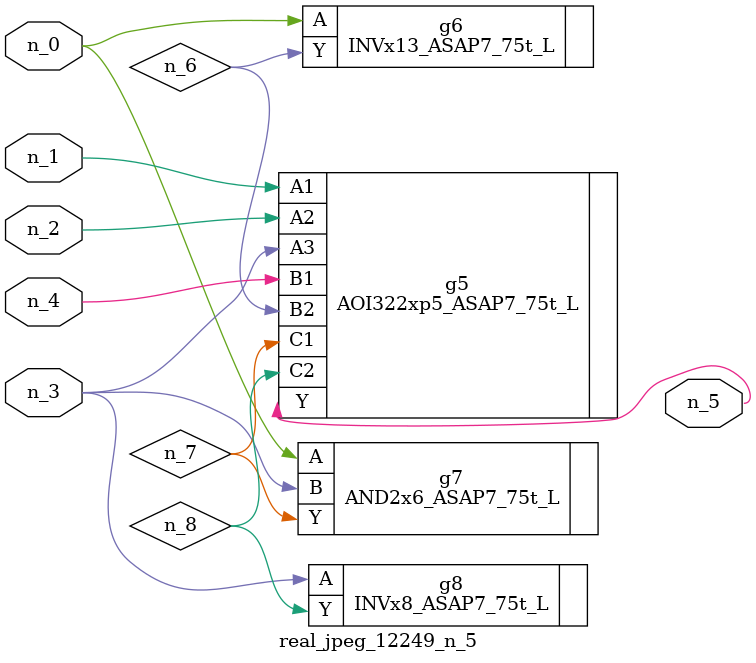
<source format=v>
module real_jpeg_12249_n_5 (n_4, n_0, n_1, n_2, n_3, n_5);

input n_4;
input n_0;
input n_1;
input n_2;
input n_3;

output n_5;

wire n_8;
wire n_6;
wire n_7;

INVx13_ASAP7_75t_L g6 ( 
.A(n_0),
.Y(n_6)
);

AND2x6_ASAP7_75t_L g7 ( 
.A(n_0),
.B(n_3),
.Y(n_7)
);

AOI322xp5_ASAP7_75t_L g5 ( 
.A1(n_1),
.A2(n_2),
.A3(n_3),
.B1(n_4),
.B2(n_6),
.C1(n_7),
.C2(n_8),
.Y(n_5)
);

INVx8_ASAP7_75t_L g8 ( 
.A(n_3),
.Y(n_8)
);


endmodule
</source>
